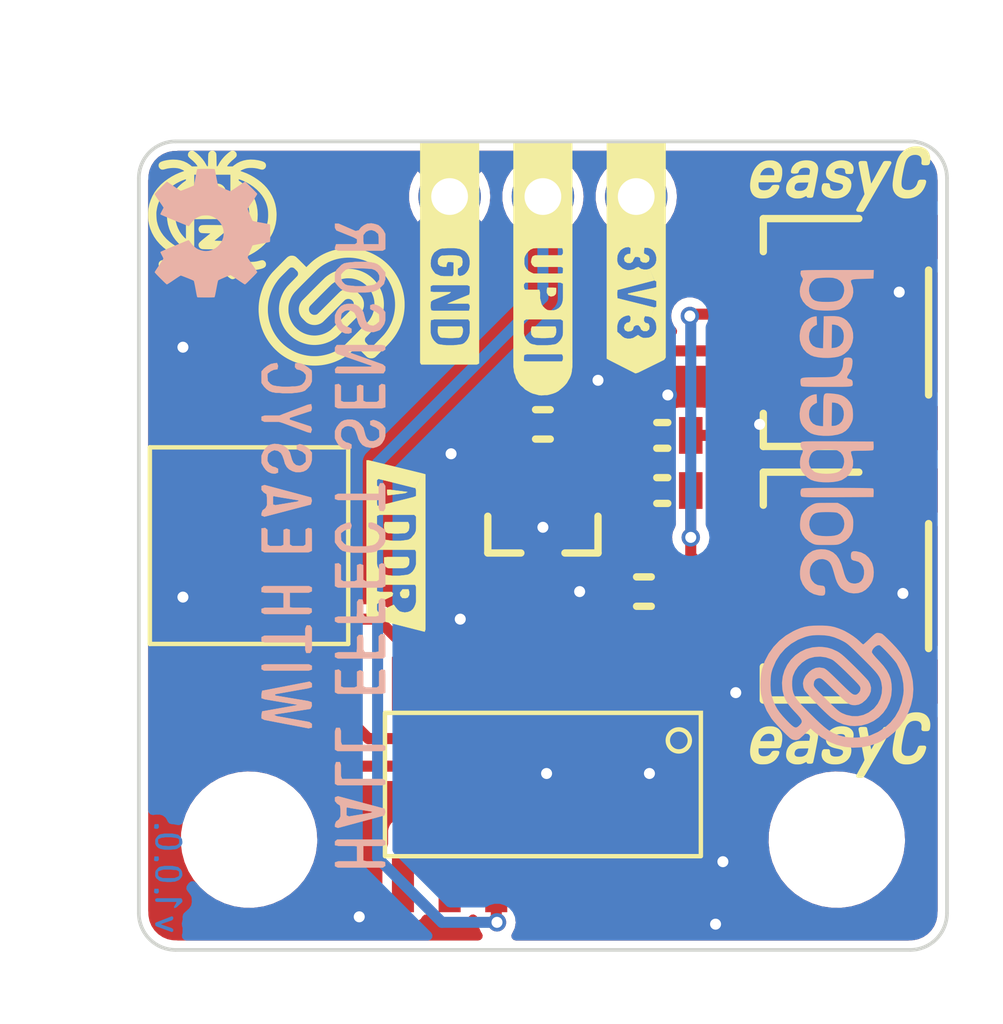
<source format=kicad_pcb>
(kicad_pcb (version 20210126) (generator pcbnew)
  (layers (0 "F.Cu" mixed) (31 "B.Cu" signal) (34 "B.Paste" user) (35 "F.Paste" user) (36 "B.SilkS" user "B.Silkscreen") (37 "F.SilkS" user "F.Silkscreen") (38 "B.Mask" user) (39 "F.Mask" user) (44 "Edge.Cuts" user))
  (net 0 "")
  (net 1 "GND")
  (net 2 "3V3")
  (net 3 "SDA")
  (net 4 "SCL")
  (net 5 "UPDI")
  (net 6 "OUT")
  (net 10 "ADD3")
  (net 11 "ADD2")
  (net 14 "ADD1")
  (footprint "e-radionica.com footprinti:0603R" (layer "F.Cu") (at 84.25 137.5 180)
    (fp_text reference "R1")
    (fp_text value "10k")
    (pad "1" smd rect (at -0.775 0 270) (size 1 0.64) (layers "F.Cu" "F.Paste" "F.Mask") (net 3 "SDA"))
    (pad "2" smd rect (at 0.775 0 270) (size 1 0.64) (layers "F.Cu" "F.Paste" "F.Mask") (net 2 "3V3"))
  )
  (footprint "e-radionica.com footprinti:0603C" (layer "F.Cu") (at 81 135.7 180)
    (fp_text reference "C1")
    (fp_text value "0.1uF")
    (pad "1" smd rect (at -0.73 0 180) (size 0.66 1) (layers "F.Cu" "F.Paste" "F.Mask") (net 2 "3V3"))
    (pad "2" smd rect (at 0.73 0 180) (size 0.66 1) (layers "F.Cu" "F.Paste" "F.Mask") (net 1 "GND"))
  )
  (footprint "e-radionica.com footprinti:HOLE_3.2mm" (layer "F.Cu") (at 89 147)
    (fp_text reference "H1" hide)
    (fp_text value "HOLE_3.2mm" hide)
    (pad "" np_thru_hole circle (at 0 0) (size 3.2 3.2) (drill 3.2) (layers F&B.Cu *.Mask))
  )
  (footprint "buzzardLabel" (layer "F.Cu") (at 81 127.6 -90)
    (fp_text reference "" (at 0 0 90) (layer "F.SilkS") (effects (font (size 1.27 1.27))))
    (fp_text value "" (at 0 0 90) (layer "F.SilkS") (effects (font (size 1.27 1.27))))
  )
  (footprint "e-radionica.com footprinti:HEADER-UPDI" (layer "F.Cu") (at 81 129.5 180)
    (fp_text reference "K2")
    (fp_text value "HEADER-UPDI")
    (pad "1" thru_hole circle (at -2.54 0 180) (size 1.7 1.7) (drill 1) (layers *.Cu "B.Mask") (net 2 "3V3"))
    (pad "2" thru_hole circle (at 0 0 180) (size 1.7 1.7) (drill 1) (layers *.Cu "B.Mask") (net 5 "UPDI"))
    (pad "3" thru_hole circle (at 2.54 0 180) (size 1.7 1.7) (drill 1) (layers *.Cu "B.Mask") (net 1 "GND"))
  )
  (footprint "e-radionica.com footprinti:easyC-connector" (layer "F.Cu") (at 88.7 133.2 -90)
    (fp_text reference "K1")
    (fp_text value "easyC-SMD")
    (pad "1" smd rect (at -1.5 2.15 270) (size 0.6 1.55) (layers "F.Cu" "F.Paste" "F.Mask") (net 4 "SCL"))
    (pad "2" smd rect (at -0.5 2.15 270) (size 0.6 1.55) (layers "F.Cu" "F.Paste" "F.Mask") (net 3 "SDA"))
    (pad "3" smd rect (at 0.5 2.15 270) (size 0.6 1.55) (layers "F.Cu" "F.Paste" "F.Mask") (net 2 "3V3"))
    (pad "4" smd rect (at 1.5 2.15 270) (size 0.6 1.55) (layers "F.Cu" "F.Paste" "F.Mask") (net 1 "GND"))
    (pad "5" smd rect (at 2.6 -2.15 270) (size 1.2 1.8) (layers "F.Cu" "F.Paste" "F.Mask") (net 1 "GND"))
    (pad "5" smd rect (at -2.6 -2.15 270) (size 1.2 1.8) (layers "F.Cu" "F.Paste" "F.Mask") (net 1 "GND"))
  )
  (footprint "Soldered Graphics:Logo-Front-easyC-5mm" (layer "F.Cu") (at 89.1 129)
    (fp_text reference "G***" hide)
    (fp_text value "LOGO" hide)
  )
  (footprint "e-radionica.com footprinti:HOLE_3.2mm" (layer "F.Cu") (at 73 147)
    (fp_text reference "H2" hide)
    (fp_text value "HOLE_3.2mm" hide)
    (pad "" np_thru_hole circle (at 0 0) (size 3.2 3.2) (drill 3.2) (layers F&B.Cu *.Mask))
  )
  (footprint "buzzardLabel" (layer "F.Cu") (at 77 139 -90)
    (fp_text reference "" (at 0 0 90) (layer "F.SilkS") (effects (font (size 1.27 1.27))))
    (fp_text value "" (at 0 0 90) (layer "F.SilkS") (effects (font (size 1.27 1.27))))
  )
  (footprint "e-radionica.com footprinti:0603C" (layer "F.Cu") (at 83.75 140.25 180)
    (fp_text reference "C2")
    (fp_text value "0.1uF")
    (pad "1" smd rect (at -0.73 0 180) (size 0.66 1) (layers "F.Cu" "F.Paste" "F.Mask") (net 2 "3V3"))
    (pad "2" smd rect (at 0.73 0 180) (size 0.66 1) (layers "F.Cu" "F.Paste" "F.Mask") (net 1 "GND"))
  )
  (footprint "Soldered Graphics:Logo-Back-SolderedFULL-13mm" (layer "F.Cu") (at 89 138 -90)
    (fp_text reference "REF**" hide)
    (fp_text value "Logo-Front-SolderedFULL-13mm" hide)
  )
  (footprint "e-radionica.com footprinti:SOIC-14" (layer "F.Cu") (at 81 145.5 -90)
    (fp_text reference "U2")
    (fp_text value "ATTINY404-SSNR")
    (pad "1" smd rect (at -2.7 -3.81 270) (size 1.55 0.6) (layers "F.Cu" "F.Paste" "F.Mask") (net 2 "3V3"))
    (pad "2" smd rect (at -2.7 -2.54 270) (size 1.55 0.6) (layers "F.Cu" "F.Paste" "F.Mask") (net 6 "OUT"))
    (pad "3" smd rect (at -2.7 -1.27 270) (size 1.55 0.6) (layers "F.Cu" "F.Paste" "F.Mask"))
    (pad "4" smd rect (at -2.7 0 270) (size 1.55 0.6) (layers "F.Cu" "F.Paste" "F.Mask"))
    (pad "5" smd rect (at -2.7 1.27 270) (size 1.55 0.6) (layers "F.Cu" "F.Paste" "F.Mask") (net 10 "ADD3"))
    (pad "6" smd rect (at -2.7 2.54 270) (size 1.55 0.6) (layers "F.Cu" "F.Paste" "F.Mask") (net 11 "ADD2"))
    (pad "7" smd rect (at -2.7 3.81 270) (size 1.55 0.6) (layers "F.Cu" "F.Paste" "F.Mask") (net 14 "ADD1"))
    (pad "8" smd rect (at 2.7 3.81 270) (size 1.55 0.6) (layers "F.Cu" "F.Paste" "F.Mask") (net 3 "SDA"))
    (pad "9" smd rect (at 2.7 2.54 270) (size 1.55 0.6) (layers "F.Cu" "F.Paste" "F.Mask") (net 4 "SCL"))
    (pad "10" smd rect (at 2.7 1.27 270) (size 1.55 0.6) (layers "F.Cu" "F.Paste" "F.Mask") (net 5 "UPDI"))
    (pad "11" smd rect (at 2.7 0 270) (size 1.55 0.6) (layers "F.Cu" "F.Paste" "F.Mask"))
    (pad "12" smd rect (at 2.7 -1.27 270) (size 1.55 0.6) (layers "F.Cu" "F.Paste" "F.Mask"))
    (pad "13" smd rect (at 2.7 -2.54 270) (size 1.55 0.6) (layers "F.Cu" "F.Paste" "F.Mask"))
    (pad "14" smd rect (at 2.7 -3.81 270) (size 1.55 0.6) (layers "F.Cu" "F.Paste" "F.Mask") (net 1 "GND"))
  )
  (footprint "Soldered Graphics:Logo-Front-easyC-5mm" (layer "F.Cu") (at 89.1 144.4)
    (fp_text reference "G***" hide)
    (fp_text value "LOGO" hide)
  )
  (footprint "e-radionica.com footprinti:DSHP03TS-S" (layer "F.Cu") (at 73 139 90)
    (fp_text reference "K4")
    (fp_text value "DSHP03TS-S")
    (pad "1" smd rect (at -3.81 -1.27 180) (size 0.76 1.27) (layers "F.Cu" "F.Paste" "F.Mask") (net 14 "ADD1"))
    (pad "2" smd rect (at 3.81 -1.27 180) (size 0.76 1.27) (layers "F.Cu" "F.Paste" "F.Mask") (net 1 "GND"))
    (pad "3" smd rect (at -3.81 0 180) (size 0.76 1.27) (layers "F.Cu" "F.Paste" "F.Mask") (net 11 "ADD2"))
    (pad "4" smd rect (at 3.81 0 180) (size 0.76 1.27) (layers "F.Cu" "F.Paste" "F.Mask") (net 1 "GND"))
    (pad "5" smd rect (at -3.81 1.27 180) (size 0.76 1.27) (layers "F.Cu" "F.Paste" "F.Mask") (net 10 "ADD3"))
    (pad "6" smd rect (at 3.81 1.27 180) (size 0.76 1.27) (layers "F.Cu" "F.Paste" "F.Mask") (net 1 "GND"))
  )
  (footprint "buzzardLabel" (layer "F.Cu") (at 83.54 127.6 -90)
    (fp_text reference "" (at 0 0 90) (layer "F.SilkS") (effects (font (size 1.27 1.27))))
    (fp_text value "" (at 0 0 90) (layer "F.SilkS") (effects (font (size 1.27 1.27))))
  )
  (footprint "e-radionica.com footprinti:0603R" (layer "F.Cu") (at 84.25 136 180)
    (fp_text reference "R2")
    (fp_text value "10k")
    (pad "1" smd rect (at -0.775 0 270) (size 1 0.64) (layers "F.Cu" "F.Paste" "F.Mask") (net 4 "SCL"))
    (pad "2" smd rect (at 0.775 0 270) (size 1 0.64) (layers "F.Cu" "F.Paste" "F.Mask") (net 2 "3V3"))
  )
  (footprint "Soldered Graphics:Logo-Front-Soldered-4mm" (layer "F.Cu") (at 75.25 132.5 90)
    (fp_text reference "G***" hide)
    (fp_text value "LOGO" hide)
  )
  (footprint "Soldered Graphics:Logo-Back-OSH-3.5mm" (layer "F.Cu") (at 72 130.5 -90)
    (fp_text reference "G***" hide)
    (fp_text value "LOGO" hide)
  )
  (footprint "e-radionica.com footprinti:easyC-connector" (layer "F.Cu") (at 88.7 140.1 -90)
    (fp_text reference "K3")
    (fp_text value "easyC-SMD")
    (pad "1" smd rect (at -1.5 2.15 270) (size 0.6 1.55) (layers "F.Cu" "F.Paste" "F.Mask") (net 4 "SCL"))
    (pad "2" smd rect (at -0.5 2.15 270) (size 0.6 1.55) (layers "F.Cu" "F.Paste" "F.Mask") (net 3 "SDA"))
    (pad "3" smd rect (at 0.5 2.15 270) (size 0.6 1.55) (layers "F.Cu" "F.Paste" "F.Mask") (net 2 "3V3"))
    (pad "4" smd rect (at 1.5 2.15 270) (size 0.6 1.55) (layers "F.Cu" "F.Paste" "F.Mask") (net 1 "GND"))
    (pad "5" smd rect (at -2.6 -2.15 270) (size 1.2 1.8) (layers "F.Cu" "F.Paste" "F.Mask") (net 1 "GND"))
    (pad "5" smd rect (at 2.6 -2.15 270) (size 1.2 1.8) (layers "F.Cu" "F.Paste" "F.Mask") (net 1 "GND"))
  )
  (footprint "Soldered Graphics:Symbol-Front-Magnetic-Field" (layer "F.Cu") (at 72 130 -90)
    (fp_text reference "G***" hide)
    (fp_text value "LOGO" hide)
  )
  (footprint "e-radionica.com footprinti:SOT-23-3" (layer "F.Cu") (at 81 138.5 -90)
    (fp_text reference "U1")
    (fp_text value "SI7201-B-06-IV")
    (pad "1" smd rect (at -1.2 -0.95) (size 0.6 1) (layers "F.Cu" "F.Paste" "F.Mask") (net 2 "3V3"))
    (pad "2" smd rect (at -1.2 0.95) (size 0.6 1) (layers "F.Cu" "F.Paste" "F.Mask") (net 6 "OUT"))
    (pad "3" smd rect (at 1.2 0) (size 0.6 1) (layers "F.Cu" "F.Paste" "F.Mask") (net 1 "GND"))
  )
  (footprint "buzzardLabel" (layer "F.Cu") (at 78.46 127.6 -90)
    (fp_text reference "" (at 0 0 90) (layer "F.SilkS") (effects (font (size 1.27 1.27))))
    (fp_text value "" (at 0 0 90) (layer "F.SilkS") (effects (font (size 1.27 1.27))))
  )
  (footprint "e-radionica.com footprinti:FIDUCIAL_1MM_PASTE" (layer "F.Cu") (at 72.25 139.25)
    (fp_text reference "FD1")
    (fp_text value "Fiducial_Stencil")
    (pad "1" smd circle (at 0 0) (size 1 1) (property pad_prop_fiducial_glob) (layers "F.Cu" "F.Paste" "F.Mask"))
  )
  (footprint "Soldered Graphics:Version1.0.0." (layer "B.Cu") (at 70.8 148 90)
    (fp_text reference "" (at 0 0 270) (layer "B.SilkS") (effects (font (size 1.27 1.27)) (justify mirror)))
    (fp_text value "" (at 0 0 270) (layer "B.SilkS") (effects (font (size 1.27 1.27)) (justify mirror)))
    (fp_poly (pts (xy 0.93 -0.35) (xy 0.99 -0.35) (xy 1.04 -0.33) (xy 1.01 -0.28) (xy 0.91 -0.28) (xy 0.87 -0.25) (xy 0.85 -0.2) (xy 0.83 -0.15) (xy 0.83 -0.11) (xy 0.82 0.01) (xy 0.83 0.13) (xy 0.83 0.17) (xy 0.84 0.22) (xy 0.87 0.27) (xy 0.9 0.3) (xy 1.01 0.3) (xy 1.04 0.26) (xy 1.05 0.21) (xy 1.06 0.15) (xy 1.07 0.05) (xy 1.07 -0.08) (xy 1.06 -0.12) (xy 1.06 -0.17) (xy 1.04 -0.22) (xy 1.02 -0.27) (xy 1.01 -0.28) (xy 1.05 -0.32) (xy 1.09 -0.29) (xy 1.12 -0.26) (xy 1.14 -0.22) (xy 1.15 -0.16) (xy 1.16 -0.11) (xy 1.16 -0.06) (xy 1.16 0.06) (xy 1.16 0.12) (xy 1.15 0.17) (xy 1.14 0.22) (xy 1.13 0.27) (xy 1.1 0.3) (xy 1.06 0.34) (xy 1.01 0.37) (xy 0.95 0.38) (xy 0.9 0.38) (xy 0.84 0.35) (xy 0.8 0.31) (xy 0.78 0.28) (xy 0.75 0.23) (xy 0.74 0.18) (xy 0.74 0.13) (xy 0.73 0.08) (xy 0.73 -0.04) (xy 0.73 -0.1) (xy 0.74 -0.14) (xy 0.75 -0.2) (xy 0.77 -0.25) (xy 0.79 -0.28) (xy 0.83 -0.32) (xy 0.89 -0.35) (xy 0.93 -0.35)) (layer "B.Cu") (width 0.01) (fill solid))
    (fp_poly (pts (xy 0.43 -0.38) (xy 0.48 -0.38) (xy 0.54 -0.37) (xy 0.54 -0.33) (xy 0.54 -0.27) (xy 0.5 -0.26) (xy 0.45 -0.26) (xy 0.42 -0.29) (xy 0.42 -0.34) (xy 0.43 -0.38)) (layer "B.Cu") (width 0.01) (fill solid))
    (fp_poly (pts (xy -0.44 -0.38) (xy -0.39 -0.38) (xy -0.34 -0.37) (xy -0.34 -0.33) (xy -0.34 -0.27) (xy -0.38 -0.26) (xy -0.43 -0.26) (xy -0.46 -0.29) (xy -0.46 -0.34) (xy -0.44 -0.38)) (layer "B.Cu") (width 0.01) (fill solid))
    (fp_poly (pts (xy -0.67 -0.35) (xy -0.62 -0.35) (xy -0.6 -0.31) (xy -0.6 0.35) (xy -0.64 0.38) (xy -0.69 0.38) (xy -0.73 0.34) (xy -0.84 0.22) (xy -0.86 0.17) (xy -0.83 0.16) (xy -0.73 0.22) (xy -0.69 0.23) (xy -0.69 -0.31) (xy -0.67 -0.35)) (layer "B.Cu") (width 0.01) (fill solid))
    (fp_poly (pts (xy 0.06 -0.35) (xy 0.11 -0.35) (xy 0.17 -0.33) (xy 0.13 -0.28) (xy 0.03 -0.28) (xy -0.01 -0.25) (xy -0.03 -0.2) (xy -0.05 -0.15) (xy -0.05 -0.11) (xy -0.05 0.01) (xy -0.05 0.13) (xy -0.05 0.17) (xy -0.03 0.22) (xy -0.01 0.27) (xy 0.02 0.3) (xy 0.13 0.3) (xy 0.16 0.26) (xy 0.18 0.21) (xy 0.18 0.15) (xy 0.19 0.05) (xy 0.19 -0.08) (xy 0.19 -0.12) (xy 0.18 -0.17) (xy 0.16 -0.22) (xy 0.14 -0.27) (xy 0.14 -0.28) (xy 0.17 -0.32) (xy 0.21 -0.29) (xy 0.24 -0.26) (xy 0.26 -0.22) (xy 0.27 -0.16) (xy 0.28 -0.11) (xy 0.28 -0.06) (xy 0.28 0.06) (xy 0.28 0.12) (xy 0.27 0.17) (xy 0.26 0.22) (xy 0.25 0.27) (xy 0.22 0.3) (xy 0.19 0.34) (xy 0.13 0.37) (xy 0.08 0.38) (xy 0.02 0.38) (xy -0.03 0.35) (xy -0.08 0.31) (xy -0.1 0.28) (xy -0.12 0.23) (xy -0.14 0.18) (xy -0.14 0.13) (xy -0.15 0.08) (xy -0.15 -0.04) (xy -0.14 -0.1) (xy -0.14 -0.14) (xy -0.13 -0.2) (xy -0.11 -0.25) (xy -0.08 -0.28) (xy -0.05 -0.32) (xy 0.01 -0.35) (xy 0.06 -0.35)) (layer "B.Cu") (width 0.01) (fill solid))
    (fp_poly (pts (xy 1.31 -0.38) (xy 1.36 -0.38) (xy 1.41 -0.37) (xy 1.42 -0.33) (xy 1.42 -0.27) (xy 1.38 -0.26) (xy 1.33 -0.26) (xy 1.3 -0.29) (xy 1.3 -0.34) (xy 1.31 -0.38)) (layer "B.Cu") (width 0.01) (fill solid))
    (fp_poly (pts (xy -1.33 -0.35) (xy -1.27 -0.35) (xy -1.25 -0.31) (xy -1.09 0.1) (xy -1.11 0.13) (xy -1.16 0.13) (xy -1.19 0.1) (xy -1.28 -0.16) (xy -1.3 -0.21) (xy -1.32 -0.17) (xy -1.41 0.09) (xy -1.44 0.13) (xy -1.49 0.13) (xy -1.51 0.1) (xy -1.36 -0.31) (xy -1.33 -0.35)) (layer "B.Cu") (width 0.01) (fill solid))
  )
  (footprint "buzzardLabel" (layer "B.Cu") (at 76 139 90)
    (fp_text reference "" (at 0 0 270) (layer "B.SilkS") (effects (font (size 1.27 1.27)) (justify mirror)))
    (fp_text value "" (at 0 0 270) (layer "B.SilkS") (effects (font (size 1.27 1.27)) (justify mirror)))
  )
  (footprint "buzzardLabel" (layer "B.Cu") (at 74 139 90)
    (fp_text reference "" (at 0 0 270) (layer "B.SilkS") (effects (font (size 1.27 1.27)) (justify mirror)))
    (fp_text value "" (at 0 0 270) (layer "B.SilkS") (effects (font (size 1.27 1.27)) (justify mirror)))
  )
  (gr_arc (start 71 149) (end 71 150) (angle 90) (layer "Edge.Cuts") (width 0.1))
  (gr_line (start 92 149) (end 92 129) (layer "Edge.Cuts") (width 0.1))
  (gr_arc (start 91 129) (end 91 128) (angle 90) (layer "Edge.Cuts") (width 0.1))
  (gr_arc (start 71 129) (end 71 128) (angle -90) (layer "Edge.Cuts") (width 0.1))
  (gr_line (start 71 150) (end 91 150) (layer "Edge.Cuts") (width 0.1))
  (gr_line (start 91 128) (end 71 128) (layer "Edge.Cuts") (width 0.1))
  (gr_line (start 70 129) (end 70 149) (layer "Edge.Cuts") (width 0.1))
  (gr_arc (start 91 149) (end 91 150) (angle -90) (layer "Edge.Cuts") (width 0.1))
  (via (at 82.5 134.5) (size 0.5) (drill 0.3) (layers "F.Cu" "B.Cu") (net 1))
  (via (at 85.9 147.6) (size 0.5) (drill 0.3) (layers "F.Cu" "B.Cu") (net 1))
  (via (at 78.5 136.5) (size 0.5) (drill 0.3) (layers "F.Cu" "B.Cu") (net 1))
  (via (at 84.4 134.9) (size 0.5) (drill 0.3) (layers "F.Cu" "B.Cu") (net 1))
  (via (at 90.8 140.3) (size 0.5) (drill 0.3) (layers "F.Cu" "B.Cu") (net 1))
  (via (at 78.75 141) (size 0.5) (drill 0.3) (layers "F.Cu" "B.Cu") (net 1))
  (via (at 86.9 135.7) (size 0.5) (drill 0.3) (layers "F.Cu" "B.Cu") (net 1))
  (via (at 90.7 132.1) (size 0.5) (drill 0.3) (layers "F.Cu" "B.Cu") (net 1))
  (via (at 71.2 133.6) (size 0.5) (drill 0.3) (layers "F.Cu" "B.Cu") (net 1))
  (via (at 82 140.25) (size 0.5) (drill 0.3) (layers "F.Cu" "B.Cu") (net 1))
  (via (at 71.2 140.4) (size 0.5) (drill 0.3) (layers "F.Cu" "B.Cu") (net 1))
  (via (at 81 138.5) (size 0.5) (drill 0.3) (layers "F.Cu" "B.Cu") (net 1))
  (via (at 76 149.1) (size 0.5) (drill 0.3) (layers "F.Cu" "B.Cu") (net 1))
  (via (at 85.7 149.3) (size 0.5) (drill 0.3) (layers "F.Cu" "B.Cu") (net 1))
  (via (at 83.9 145.2) (size 0.5) (drill 0.3) (layers "F.Cu" "B.Cu") (net 1))
  (via (at 81.1 145.2) (size 0.5) (drill 0.3) (layers "F.Cu" "B.Cu") (net 1))
  (via (at 86.25 143) (size 0.5) (drill 0.3) (layers "F.Cu" "B.Cu") (net 1))
  (segment (start 82.45 135.7) (end 82.75 136) (width 0.3) (layer "F.Cu") (net 2))
  (segment (start 81.73 137.08) (end 81.95 137.3) (width 0.3) (layer "F.Cu") (net 2))
  (segment (start 84.48 141.23) (end 84.48 140.25) (width 0.3) (layer "F.Cu") (net 2))
  (segment (start 84.48 140.25) (end 84.48 139.73) (width 0.3) (layer "F.Cu") (net 2))
  (segment (start 83.54 129.5) (end 83.54 134.46) (width 0.3) (layer "F.Cu") (net 2))
  (segment (start 81.73 135.7) (end 82.45 135.7) (width 0.3) (layer "F.Cu") (net 2))
  (segment (start 84.48 139.73) (end 83.475 138.725) (width 0.3) (layer "F.Cu") (net 2))
  (segment (start 83.54 135.935) (end 83.475 136) (width 0.3) (layer "F.Cu") (net 2))
  (segment (start 83.475 137.5) (end 83.475 136) (width 0.3) (layer "F.Cu") (net 2))
  (segment (start 84.81 141.56) (end 84.48 141.23) (width 0.3) (layer "F.Cu") (net 2))
  (segment (start 82.75 136) (end 83.475 136) (width 0.3) (layer "F.Cu") (net 2))
  (segment (start 84.58 140.35) (end 84.58 140.6) (width 0.3) (layer "F.Cu") (net 2))
  (segment (start 84.73 140.5) (end 86.45 140.5) (width 0.3) (layer "F.Cu") (net 2))
  (segment (start 84.48 140.25) (end 84.58 140.35) (width 0.3) (layer "F.Cu") (net 2))
  (segment (start 81.73 135.7) (end 81.73 137.08) (width 0.3) (layer "F.Cu") (net 2))
  (segment (start 84.3 133.7) (end 83.54 134.46) (width 0.3) (layer "F.Cu") (net 2))
  (segment (start 86.45 140.5) (end 86.55 140.6) (width 0.3) (layer "F.Cu") (net 2))
  (segment (start 83.54 134.46) (end 83.54 135.935) (width 0.3) (layer "F.Cu") (net 2))
  (segment (start 84.81 142.8) (end 84.81 141.56) (width 0.3) (layer "F.Cu") (net 2))
  (segment (start 84.48 140.25) (end 84.73 140.5) (width 0.3) (layer "F.Cu") (net 2))
  (segment (start 83.475 138.725) (end 83.475 137.5) (width 0.3) (layer "F.Cu") (net 2))
  (segment (start 86.55 133.7) (end 84.3 133.7) (width 0.3) (layer "F.Cu") (net 2))
  (segment (start 85.05 132.7) (end 85 132.75) (width 0.3) (layer "F.Cu") (net 3))
  (segment (start 85.35 139.6) (end 86.55 139.6) (width 0.3) (layer "F.Cu") (net 3))
  (segment (start 85.025 139.275) (end 85.35 139.6) (width 0.3) (layer "F.Cu") (net 3))
  (segment (start 87.6 139.6) (end 86.55 139.6) (width 0.3) (layer "F.Cu") (net 3))
  (segment (start 77.19 146.81) (end 77.7 146.3) (width 0.3) (layer "F.Cu") (net 3))
  (segment (start 88.25 140.25) (end 87.6 139.6) (width 0.3) (layer "F.Cu") (net 3))
  (segment (start 85.025 137.5) (end 85.025 139.275) (width 0.3) (layer "F.Cu") (net 3))
  (segment (start 88.25 143.146102) (end 88.25 140.25) (width 0.3) (layer "F.Cu") (net 3))
  (segment (start 86.55 132.7) (end 85.05 132.7) (width 0.3) (layer "F.Cu") (net 3))
  (segment (start 77.19 148.2) (end 77.19 146.81) (width 0.3) (layer "F.Cu") (net 3))
  (segment (start 85.096102 146.3) (end 88.25 143.146102) (width 0.3) (layer "F.Cu") (net 3))
  (segment (start 77.7 146.3) (end 85.096102 146.3) (width 0.3) (layer "F.Cu") (net 3))
  (via (at 85 132.75) (size 0.5) (drill 0.3) (layers "F.Cu" "B.Cu") (net 3))
  (via (at 85.025 138.775) (size 0.5) (drill 0.3) (layers "F.Cu" "B.Cu") (net 3))
  (segment (start 85.025 138.775) (end 85.025 132.775) (width 0.3) (layer "B.Cu") (net 3))
  (segment (start 85.025 132.775) (end 85 132.75) (width 0.3) (layer "B.Cu") (net 3))
  (segment (start 86.55 136.8) (end 85.75 136) (width 0.3) (layer "F.Cu") (net 4))
  (segment (start 89 139.5) (end 88.5 139) (width 0.3) (layer "F.Cu") (net 4))
  (segment (start 86.55 136.8) (end 86.55 138.6) (width 0.3) (layer "F.Cu") (net 4))
  (segment (start 88.2 131.7) (end 88.5 132) (width 0.3) (layer "F.Cu") (net 4))
  (segment (start 88.5 139) (end 88.1 138.6) (width 0.3) (layer "F.Cu") (net 4))
  (segment (start 85.25 146.75) (end 89 143) (width 0.3) (layer "F.Cu") (net 4))
  (segment (start 79 146.75) (end 85.25 146.75) (width 0.3) (layer "F.Cu") (net 4))
  (segment (start 88.5 132) (end 88.5 139) (width 0.3) (layer "F.Cu") (net 4))
  (segment (start 88.1 138.6) (end 86.55 138.6) (width 0.3) (layer "F.Cu") (net 4))
  (segment (start 78.46 148.2) (end 78.46 147.29) (width 0.3) (layer "F.Cu") (net 4))
  (segment (start 89 143) (end 89 139.5) (width 0.3) (layer "F.Cu") (net 4))
  (segment (start 86.55 131.7) (end 88.2 131.7) (width 0.3) (layer "F.Cu") (net 4))
  (segment (start 78.46 147.29) (end 79 146.75) (width 0.3) (layer "F.Cu") (net 4))
  (segment (start 85.75 136) (end 85.025 136) (width 0.3) (layer "F.Cu") (net 4))
  (segment (start 79.73 148.2) (end 79.73 149.23) (width 0.3) (layer "F.Cu") (net 5))
  (segment (start 79.73 149.23) (end 79.75 149.25) (width 0.3) (layer "F.Cu") (net 5))
  (via (at 79.75 149.25) (size 0.5) (drill 0.3) (layers "F.Cu" "B.Cu") (net 5))
  (segment (start 81 132.25) (end 81 129.5) (width 0.3) (layer "B.Cu") (net 5))
  (segment (start 78.25 149.25) (end 76.5 147.5) (width 0.3) (layer "B.Cu") (net 5))
  (segment (start 76.5 136.75) (end 81 132.25) (width 0.3) (layer "B.Cu") (net 5))
  (segment (start 76.5 147.5) (end 76.5 136.75) (width 0.3) (layer "B.Cu") (net 5))
  (segment (start 79.75 149.25) (end 78.25 149.25) (width 0.3) (layer "B.Cu") (net 5))
  (segment (start 80.25 141.25) (end 79.5 140.5) (width 0.3) (layer "F.Cu") (net 6))
  (segment (start 79.5 137.85) (end 80.05 137.3) (width 0.3) (layer "F.Cu") (net 6))
  (segment (start 83.54 141.79) (end 83 141.25) (width 0.3) (layer "F.Cu") (net 6))
  (segment (start 83 141.25) (end 80.25 141.25) (width 0.3) (layer "F.Cu") (net 6))
  (segment (start 83.54 142.8) (end 83.54 141.79) (width 0.3) (layer "F.Cu") (net 6))
  (segment (start 79.5 140.5) (end 79.5 137.85) (width 0.3) (layer "F.Cu") (net 6))
  (segment (start 74.27 143.27) (end 76 145) (width 0.3) (layer "F.Cu") (net 10))
  (segment (start 79.73 144.27) (end 79.73 142.8) (width 0.3) (layer "F.Cu") (net 10))
  (segment (start 76 145) (end 79 145) (width 0.3) (layer "F.Cu") (net 10))
  (segment (start 79 145) (end 79.73 144.27) (width 0.3) (layer "F.Cu") (net 10))
  (segment (start 74.27 142.81) (end 74.27 143.27) (width 0.3) (layer "F.Cu") (net 10))
  (segment (start 73.5 141.5) (end 74.75 141.5) (width 0.3) (layer "F.Cu") (net 11))
  (segment (start 78.46 143.79) (end 78.46 142.8) (width 0.3) (layer "F.Cu") (net 11))
  (segment (start 75.75 142.5) (end 75.75 143.75) (width 0.3) (layer "F.Cu") (net 11))
  (segment (start 73 142) (end 73.5 141.5) (width 0.3) (layer "F.Cu") (net 11))
  (segment (start 76.25 144.25) (end 78 144.25) (width 0.3) (layer "F.Cu") (net 11))
  (segment (start 75.75 143.75) (end 76.25 144.25) (width 0.3) (layer "F.Cu") (net 11))
  (segment (start 73 142.81) (end 73 142) (width 0.3) (layer "F.Cu") (net 11))
  (segment (start 78 144.25) (end 78.46 143.79) (width 0.3) (layer "F.Cu") (net 11))
  (segment (start 74.75 141.5) (end 75.75 142.5) (width 0.3) (layer "F.Cu") (net 11))
  (segment (start 76.5 141) (end 77.19 141.69) (width 0.3) (layer "F.Cu") (net 14))
  (segment (start 77.19 141.69) (end 77.19 142.8) (width 0.3) (layer "F.Cu") (net 14))
  (segment (start 71.73 142.02) (end 72.75 141) (width 0.3) (layer "F.Cu") (net 14))
  (segment (start 72.75 141) (end 76.5 141) (width 0.3) (layer "F.Cu") (net 14))
  (segment (start 71.73 142.81) (end 71.73 142.02) (width 0.3) (layer "F.Cu") (net 14))
  (zone (net 1) (net_name "GND") (layers F&B.Cu) (connect_pads (clearance 0.254)) (min_thickness 0.254) (fill yes (thermal_gap 0.254) (thermal_bridge_width 0.254))
    (polygon (pts (xy 92 150) (xy 70 150) (xy 70 128) (xy 92 128)))
  )
)
</source>
